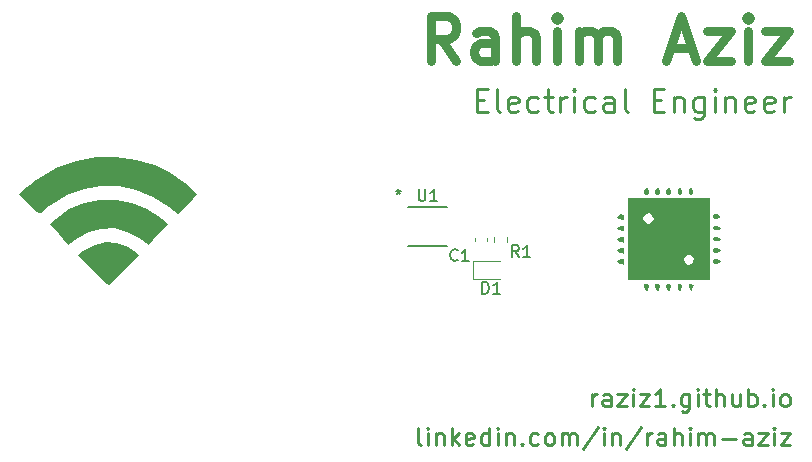
<source format=gbr>
%TF.GenerationSoftware,KiCad,Pcbnew,8.0.1*%
%TF.CreationDate,2024-04-03T19:49:51-04:00*%
%TF.ProjectId,PCB_Business_Card,5043425f-4275-4736-996e-6573735f4361,0*%
%TF.SameCoordinates,Original*%
%TF.FileFunction,Legend,Top*%
%TF.FilePolarity,Positive*%
%FSLAX46Y46*%
G04 Gerber Fmt 4.6, Leading zero omitted, Abs format (unit mm)*
G04 Created by KiCad (PCBNEW 8.0.1) date 2024-04-03 19:49:51*
%MOMM*%
%LPD*%
G01*
G04 APERTURE LIST*
%ADD10C,0.254000*%
%ADD11C,0.762000*%
%ADD12C,0.150000*%
%ADD13C,0.000000*%
%ADD14C,0.120000*%
%ADD15C,0.152400*%
G04 APERTURE END LIST*
D10*
X145284183Y-78765799D02*
X145919183Y-78765799D01*
X146191326Y-79763656D02*
X145284183Y-79763656D01*
X145284183Y-79763656D02*
X145284183Y-77858656D01*
X145284183Y-77858656D02*
X146191326Y-77858656D01*
X147279897Y-79763656D02*
X147098468Y-79672942D01*
X147098468Y-79672942D02*
X147007754Y-79491513D01*
X147007754Y-79491513D02*
X147007754Y-77858656D01*
X148731325Y-79672942D02*
X148549897Y-79763656D01*
X148549897Y-79763656D02*
X148187040Y-79763656D01*
X148187040Y-79763656D02*
X148005611Y-79672942D01*
X148005611Y-79672942D02*
X147914897Y-79491513D01*
X147914897Y-79491513D02*
X147914897Y-78765799D01*
X147914897Y-78765799D02*
X148005611Y-78584370D01*
X148005611Y-78584370D02*
X148187040Y-78493656D01*
X148187040Y-78493656D02*
X148549897Y-78493656D01*
X148549897Y-78493656D02*
X148731325Y-78584370D01*
X148731325Y-78584370D02*
X148822040Y-78765799D01*
X148822040Y-78765799D02*
X148822040Y-78947227D01*
X148822040Y-78947227D02*
X147914897Y-79128656D01*
X150454897Y-79672942D02*
X150273468Y-79763656D01*
X150273468Y-79763656D02*
X149910611Y-79763656D01*
X149910611Y-79763656D02*
X149729182Y-79672942D01*
X149729182Y-79672942D02*
X149638468Y-79582227D01*
X149638468Y-79582227D02*
X149547754Y-79400799D01*
X149547754Y-79400799D02*
X149547754Y-78856513D01*
X149547754Y-78856513D02*
X149638468Y-78675084D01*
X149638468Y-78675084D02*
X149729182Y-78584370D01*
X149729182Y-78584370D02*
X149910611Y-78493656D01*
X149910611Y-78493656D02*
X150273468Y-78493656D01*
X150273468Y-78493656D02*
X150454897Y-78584370D01*
X150999182Y-78493656D02*
X151724896Y-78493656D01*
X151271325Y-77858656D02*
X151271325Y-79491513D01*
X151271325Y-79491513D02*
X151362039Y-79672942D01*
X151362039Y-79672942D02*
X151543468Y-79763656D01*
X151543468Y-79763656D02*
X151724896Y-79763656D01*
X152359896Y-79763656D02*
X152359896Y-78493656D01*
X152359896Y-78856513D02*
X152450610Y-78675084D01*
X152450610Y-78675084D02*
X152541325Y-78584370D01*
X152541325Y-78584370D02*
X152722753Y-78493656D01*
X152722753Y-78493656D02*
X152904182Y-78493656D01*
X153539182Y-79763656D02*
X153539182Y-78493656D01*
X153539182Y-77858656D02*
X153448468Y-77949370D01*
X153448468Y-77949370D02*
X153539182Y-78040084D01*
X153539182Y-78040084D02*
X153629896Y-77949370D01*
X153629896Y-77949370D02*
X153539182Y-77858656D01*
X153539182Y-77858656D02*
X153539182Y-78040084D01*
X155262754Y-79672942D02*
X155081325Y-79763656D01*
X155081325Y-79763656D02*
X154718468Y-79763656D01*
X154718468Y-79763656D02*
X154537039Y-79672942D01*
X154537039Y-79672942D02*
X154446325Y-79582227D01*
X154446325Y-79582227D02*
X154355611Y-79400799D01*
X154355611Y-79400799D02*
X154355611Y-78856513D01*
X154355611Y-78856513D02*
X154446325Y-78675084D01*
X154446325Y-78675084D02*
X154537039Y-78584370D01*
X154537039Y-78584370D02*
X154718468Y-78493656D01*
X154718468Y-78493656D02*
X155081325Y-78493656D01*
X155081325Y-78493656D02*
X155262754Y-78584370D01*
X156895611Y-79763656D02*
X156895611Y-78765799D01*
X156895611Y-78765799D02*
X156804896Y-78584370D01*
X156804896Y-78584370D02*
X156623468Y-78493656D01*
X156623468Y-78493656D02*
X156260611Y-78493656D01*
X156260611Y-78493656D02*
X156079182Y-78584370D01*
X156895611Y-79672942D02*
X156714182Y-79763656D01*
X156714182Y-79763656D02*
X156260611Y-79763656D01*
X156260611Y-79763656D02*
X156079182Y-79672942D01*
X156079182Y-79672942D02*
X155988468Y-79491513D01*
X155988468Y-79491513D02*
X155988468Y-79310084D01*
X155988468Y-79310084D02*
X156079182Y-79128656D01*
X156079182Y-79128656D02*
X156260611Y-79037942D01*
X156260611Y-79037942D02*
X156714182Y-79037942D01*
X156714182Y-79037942D02*
X156895611Y-78947227D01*
X158074896Y-79763656D02*
X157893467Y-79672942D01*
X157893467Y-79672942D02*
X157802753Y-79491513D01*
X157802753Y-79491513D02*
X157802753Y-77858656D01*
X160252039Y-78765799D02*
X160887039Y-78765799D01*
X161159182Y-79763656D02*
X160252039Y-79763656D01*
X160252039Y-79763656D02*
X160252039Y-77858656D01*
X160252039Y-77858656D02*
X161159182Y-77858656D01*
X161975610Y-78493656D02*
X161975610Y-79763656D01*
X161975610Y-78675084D02*
X162066324Y-78584370D01*
X162066324Y-78584370D02*
X162247753Y-78493656D01*
X162247753Y-78493656D02*
X162519896Y-78493656D01*
X162519896Y-78493656D02*
X162701324Y-78584370D01*
X162701324Y-78584370D02*
X162792039Y-78765799D01*
X162792039Y-78765799D02*
X162792039Y-79763656D01*
X164515610Y-78493656D02*
X164515610Y-80035799D01*
X164515610Y-80035799D02*
X164424895Y-80217227D01*
X164424895Y-80217227D02*
X164334181Y-80307942D01*
X164334181Y-80307942D02*
X164152752Y-80398656D01*
X164152752Y-80398656D02*
X163880610Y-80398656D01*
X163880610Y-80398656D02*
X163699181Y-80307942D01*
X164515610Y-79672942D02*
X164334181Y-79763656D01*
X164334181Y-79763656D02*
X163971324Y-79763656D01*
X163971324Y-79763656D02*
X163789895Y-79672942D01*
X163789895Y-79672942D02*
X163699181Y-79582227D01*
X163699181Y-79582227D02*
X163608467Y-79400799D01*
X163608467Y-79400799D02*
X163608467Y-78856513D01*
X163608467Y-78856513D02*
X163699181Y-78675084D01*
X163699181Y-78675084D02*
X163789895Y-78584370D01*
X163789895Y-78584370D02*
X163971324Y-78493656D01*
X163971324Y-78493656D02*
X164334181Y-78493656D01*
X164334181Y-78493656D02*
X164515610Y-78584370D01*
X165422752Y-79763656D02*
X165422752Y-78493656D01*
X165422752Y-77858656D02*
X165332038Y-77949370D01*
X165332038Y-77949370D02*
X165422752Y-78040084D01*
X165422752Y-78040084D02*
X165513466Y-77949370D01*
X165513466Y-77949370D02*
X165422752Y-77858656D01*
X165422752Y-77858656D02*
X165422752Y-78040084D01*
X166329895Y-78493656D02*
X166329895Y-79763656D01*
X166329895Y-78675084D02*
X166420609Y-78584370D01*
X166420609Y-78584370D02*
X166602038Y-78493656D01*
X166602038Y-78493656D02*
X166874181Y-78493656D01*
X166874181Y-78493656D02*
X167055609Y-78584370D01*
X167055609Y-78584370D02*
X167146324Y-78765799D01*
X167146324Y-78765799D02*
X167146324Y-79763656D01*
X168779180Y-79672942D02*
X168597752Y-79763656D01*
X168597752Y-79763656D02*
X168234895Y-79763656D01*
X168234895Y-79763656D02*
X168053466Y-79672942D01*
X168053466Y-79672942D02*
X167962752Y-79491513D01*
X167962752Y-79491513D02*
X167962752Y-78765799D01*
X167962752Y-78765799D02*
X168053466Y-78584370D01*
X168053466Y-78584370D02*
X168234895Y-78493656D01*
X168234895Y-78493656D02*
X168597752Y-78493656D01*
X168597752Y-78493656D02*
X168779180Y-78584370D01*
X168779180Y-78584370D02*
X168869895Y-78765799D01*
X168869895Y-78765799D02*
X168869895Y-78947227D01*
X168869895Y-78947227D02*
X167962752Y-79128656D01*
X170412037Y-79672942D02*
X170230609Y-79763656D01*
X170230609Y-79763656D02*
X169867752Y-79763656D01*
X169867752Y-79763656D02*
X169686323Y-79672942D01*
X169686323Y-79672942D02*
X169595609Y-79491513D01*
X169595609Y-79491513D02*
X169595609Y-78765799D01*
X169595609Y-78765799D02*
X169686323Y-78584370D01*
X169686323Y-78584370D02*
X169867752Y-78493656D01*
X169867752Y-78493656D02*
X170230609Y-78493656D01*
X170230609Y-78493656D02*
X170412037Y-78584370D01*
X170412037Y-78584370D02*
X170502752Y-78765799D01*
X170502752Y-78765799D02*
X170502752Y-78947227D01*
X170502752Y-78947227D02*
X169595609Y-79128656D01*
X171319180Y-79763656D02*
X171319180Y-78493656D01*
X171319180Y-78856513D02*
X171409894Y-78675084D01*
X171409894Y-78675084D02*
X171500609Y-78584370D01*
X171500609Y-78584370D02*
X171682037Y-78493656D01*
X171682037Y-78493656D02*
X171863466Y-78493656D01*
D11*
X143552969Y-75440104D02*
X142282969Y-73625818D01*
X141375826Y-75440104D02*
X141375826Y-71630104D01*
X141375826Y-71630104D02*
X142827255Y-71630104D01*
X142827255Y-71630104D02*
X143190112Y-71811533D01*
X143190112Y-71811533D02*
X143371541Y-71992961D01*
X143371541Y-71992961D02*
X143552969Y-72355818D01*
X143552969Y-72355818D02*
X143552969Y-72900104D01*
X143552969Y-72900104D02*
X143371541Y-73262961D01*
X143371541Y-73262961D02*
X143190112Y-73444390D01*
X143190112Y-73444390D02*
X142827255Y-73625818D01*
X142827255Y-73625818D02*
X141375826Y-73625818D01*
X146818684Y-75440104D02*
X146818684Y-73444390D01*
X146818684Y-73444390D02*
X146637255Y-73081533D01*
X146637255Y-73081533D02*
X146274398Y-72900104D01*
X146274398Y-72900104D02*
X145548684Y-72900104D01*
X145548684Y-72900104D02*
X145185826Y-73081533D01*
X146818684Y-75258676D02*
X146455826Y-75440104D01*
X146455826Y-75440104D02*
X145548684Y-75440104D01*
X145548684Y-75440104D02*
X145185826Y-75258676D01*
X145185826Y-75258676D02*
X145004398Y-74895818D01*
X145004398Y-74895818D02*
X145004398Y-74532961D01*
X145004398Y-74532961D02*
X145185826Y-74170104D01*
X145185826Y-74170104D02*
X145548684Y-73988676D01*
X145548684Y-73988676D02*
X146455826Y-73988676D01*
X146455826Y-73988676D02*
X146818684Y-73807247D01*
X148632969Y-75440104D02*
X148632969Y-71630104D01*
X150265827Y-75440104D02*
X150265827Y-73444390D01*
X150265827Y-73444390D02*
X150084398Y-73081533D01*
X150084398Y-73081533D02*
X149721541Y-72900104D01*
X149721541Y-72900104D02*
X149177255Y-72900104D01*
X149177255Y-72900104D02*
X148814398Y-73081533D01*
X148814398Y-73081533D02*
X148632969Y-73262961D01*
X152080112Y-75440104D02*
X152080112Y-72900104D01*
X152080112Y-71630104D02*
X151898684Y-71811533D01*
X151898684Y-71811533D02*
X152080112Y-71992961D01*
X152080112Y-71992961D02*
X152261541Y-71811533D01*
X152261541Y-71811533D02*
X152080112Y-71630104D01*
X152080112Y-71630104D02*
X152080112Y-71992961D01*
X153894398Y-75440104D02*
X153894398Y-72900104D01*
X153894398Y-73262961D02*
X154075827Y-73081533D01*
X154075827Y-73081533D02*
X154438684Y-72900104D01*
X154438684Y-72900104D02*
X154982970Y-72900104D01*
X154982970Y-72900104D02*
X155345827Y-73081533D01*
X155345827Y-73081533D02*
X155527256Y-73444390D01*
X155527256Y-73444390D02*
X155527256Y-75440104D01*
X155527256Y-73444390D02*
X155708684Y-73081533D01*
X155708684Y-73081533D02*
X156071541Y-72900104D01*
X156071541Y-72900104D02*
X156615827Y-72900104D01*
X156615827Y-72900104D02*
X156978684Y-73081533D01*
X156978684Y-73081533D02*
X157160113Y-73444390D01*
X157160113Y-73444390D02*
X157160113Y-75440104D01*
X161695827Y-74351533D02*
X163510113Y-74351533D01*
X161332970Y-75440104D02*
X162602970Y-71630104D01*
X162602970Y-71630104D02*
X163872970Y-75440104D01*
X164780112Y-72900104D02*
X166775827Y-72900104D01*
X166775827Y-72900104D02*
X164780112Y-75440104D01*
X164780112Y-75440104D02*
X166775827Y-75440104D01*
X168227255Y-75440104D02*
X168227255Y-72900104D01*
X168227255Y-71630104D02*
X168045827Y-71811533D01*
X168045827Y-71811533D02*
X168227255Y-71992961D01*
X168227255Y-71992961D02*
X168408684Y-71811533D01*
X168408684Y-71811533D02*
X168227255Y-71630104D01*
X168227255Y-71630104D02*
X168227255Y-71992961D01*
X169678684Y-72900104D02*
X171674399Y-72900104D01*
X171674399Y-72900104D02*
X169678684Y-75440104D01*
X169678684Y-75440104D02*
X171674399Y-75440104D01*
D10*
X140544891Y-108007220D02*
X140402034Y-107935792D01*
X140402034Y-107935792D02*
X140330605Y-107792934D01*
X140330605Y-107792934D02*
X140330605Y-106507220D01*
X141116319Y-108007220D02*
X141116319Y-107007220D01*
X141116319Y-106507220D02*
X141044891Y-106578649D01*
X141044891Y-106578649D02*
X141116319Y-106650077D01*
X141116319Y-106650077D02*
X141187748Y-106578649D01*
X141187748Y-106578649D02*
X141116319Y-106507220D01*
X141116319Y-106507220D02*
X141116319Y-106650077D01*
X141830605Y-107007220D02*
X141830605Y-108007220D01*
X141830605Y-107150077D02*
X141902034Y-107078649D01*
X141902034Y-107078649D02*
X142044891Y-107007220D01*
X142044891Y-107007220D02*
X142259177Y-107007220D01*
X142259177Y-107007220D02*
X142402034Y-107078649D01*
X142402034Y-107078649D02*
X142473463Y-107221506D01*
X142473463Y-107221506D02*
X142473463Y-108007220D01*
X143187748Y-108007220D02*
X143187748Y-106507220D01*
X143330606Y-107435792D02*
X143759177Y-108007220D01*
X143759177Y-107007220D02*
X143187748Y-107578649D01*
X144973463Y-107935792D02*
X144830606Y-108007220D01*
X144830606Y-108007220D02*
X144544892Y-108007220D01*
X144544892Y-108007220D02*
X144402034Y-107935792D01*
X144402034Y-107935792D02*
X144330606Y-107792934D01*
X144330606Y-107792934D02*
X144330606Y-107221506D01*
X144330606Y-107221506D02*
X144402034Y-107078649D01*
X144402034Y-107078649D02*
X144544892Y-107007220D01*
X144544892Y-107007220D02*
X144830606Y-107007220D01*
X144830606Y-107007220D02*
X144973463Y-107078649D01*
X144973463Y-107078649D02*
X145044892Y-107221506D01*
X145044892Y-107221506D02*
X145044892Y-107364363D01*
X145044892Y-107364363D02*
X144330606Y-107507220D01*
X146330606Y-108007220D02*
X146330606Y-106507220D01*
X146330606Y-107935792D02*
X146187748Y-108007220D01*
X146187748Y-108007220D02*
X145902034Y-108007220D01*
X145902034Y-108007220D02*
X145759177Y-107935792D01*
X145759177Y-107935792D02*
X145687748Y-107864363D01*
X145687748Y-107864363D02*
X145616320Y-107721506D01*
X145616320Y-107721506D02*
X145616320Y-107292934D01*
X145616320Y-107292934D02*
X145687748Y-107150077D01*
X145687748Y-107150077D02*
X145759177Y-107078649D01*
X145759177Y-107078649D02*
X145902034Y-107007220D01*
X145902034Y-107007220D02*
X146187748Y-107007220D01*
X146187748Y-107007220D02*
X146330606Y-107078649D01*
X147044891Y-108007220D02*
X147044891Y-107007220D01*
X147044891Y-106507220D02*
X146973463Y-106578649D01*
X146973463Y-106578649D02*
X147044891Y-106650077D01*
X147044891Y-106650077D02*
X147116320Y-106578649D01*
X147116320Y-106578649D02*
X147044891Y-106507220D01*
X147044891Y-106507220D02*
X147044891Y-106650077D01*
X147759177Y-107007220D02*
X147759177Y-108007220D01*
X147759177Y-107150077D02*
X147830606Y-107078649D01*
X147830606Y-107078649D02*
X147973463Y-107007220D01*
X147973463Y-107007220D02*
X148187749Y-107007220D01*
X148187749Y-107007220D02*
X148330606Y-107078649D01*
X148330606Y-107078649D02*
X148402035Y-107221506D01*
X148402035Y-107221506D02*
X148402035Y-108007220D01*
X149116320Y-107864363D02*
X149187749Y-107935792D01*
X149187749Y-107935792D02*
X149116320Y-108007220D01*
X149116320Y-108007220D02*
X149044892Y-107935792D01*
X149044892Y-107935792D02*
X149116320Y-107864363D01*
X149116320Y-107864363D02*
X149116320Y-108007220D01*
X150473464Y-107935792D02*
X150330606Y-108007220D01*
X150330606Y-108007220D02*
X150044892Y-108007220D01*
X150044892Y-108007220D02*
X149902035Y-107935792D01*
X149902035Y-107935792D02*
X149830606Y-107864363D01*
X149830606Y-107864363D02*
X149759178Y-107721506D01*
X149759178Y-107721506D02*
X149759178Y-107292934D01*
X149759178Y-107292934D02*
X149830606Y-107150077D01*
X149830606Y-107150077D02*
X149902035Y-107078649D01*
X149902035Y-107078649D02*
X150044892Y-107007220D01*
X150044892Y-107007220D02*
X150330606Y-107007220D01*
X150330606Y-107007220D02*
X150473464Y-107078649D01*
X151330606Y-108007220D02*
X151187749Y-107935792D01*
X151187749Y-107935792D02*
X151116320Y-107864363D01*
X151116320Y-107864363D02*
X151044892Y-107721506D01*
X151044892Y-107721506D02*
X151044892Y-107292934D01*
X151044892Y-107292934D02*
X151116320Y-107150077D01*
X151116320Y-107150077D02*
X151187749Y-107078649D01*
X151187749Y-107078649D02*
X151330606Y-107007220D01*
X151330606Y-107007220D02*
X151544892Y-107007220D01*
X151544892Y-107007220D02*
X151687749Y-107078649D01*
X151687749Y-107078649D02*
X151759178Y-107150077D01*
X151759178Y-107150077D02*
X151830606Y-107292934D01*
X151830606Y-107292934D02*
X151830606Y-107721506D01*
X151830606Y-107721506D02*
X151759178Y-107864363D01*
X151759178Y-107864363D02*
X151687749Y-107935792D01*
X151687749Y-107935792D02*
X151544892Y-108007220D01*
X151544892Y-108007220D02*
X151330606Y-108007220D01*
X152473463Y-108007220D02*
X152473463Y-107007220D01*
X152473463Y-107150077D02*
X152544892Y-107078649D01*
X152544892Y-107078649D02*
X152687749Y-107007220D01*
X152687749Y-107007220D02*
X152902035Y-107007220D01*
X152902035Y-107007220D02*
X153044892Y-107078649D01*
X153044892Y-107078649D02*
X153116321Y-107221506D01*
X153116321Y-107221506D02*
X153116321Y-108007220D01*
X153116321Y-107221506D02*
X153187749Y-107078649D01*
X153187749Y-107078649D02*
X153330606Y-107007220D01*
X153330606Y-107007220D02*
X153544892Y-107007220D01*
X153544892Y-107007220D02*
X153687749Y-107078649D01*
X153687749Y-107078649D02*
X153759178Y-107221506D01*
X153759178Y-107221506D02*
X153759178Y-108007220D01*
X155544892Y-106435792D02*
X154259178Y-108364363D01*
X156044892Y-108007220D02*
X156044892Y-107007220D01*
X156044892Y-106507220D02*
X155973464Y-106578649D01*
X155973464Y-106578649D02*
X156044892Y-106650077D01*
X156044892Y-106650077D02*
X156116321Y-106578649D01*
X156116321Y-106578649D02*
X156044892Y-106507220D01*
X156044892Y-106507220D02*
X156044892Y-106650077D01*
X156759178Y-107007220D02*
X156759178Y-108007220D01*
X156759178Y-107150077D02*
X156830607Y-107078649D01*
X156830607Y-107078649D02*
X156973464Y-107007220D01*
X156973464Y-107007220D02*
X157187750Y-107007220D01*
X157187750Y-107007220D02*
X157330607Y-107078649D01*
X157330607Y-107078649D02*
X157402036Y-107221506D01*
X157402036Y-107221506D02*
X157402036Y-108007220D01*
X159187750Y-106435792D02*
X157902036Y-108364363D01*
X159687750Y-108007220D02*
X159687750Y-107007220D01*
X159687750Y-107292934D02*
X159759179Y-107150077D01*
X159759179Y-107150077D02*
X159830608Y-107078649D01*
X159830608Y-107078649D02*
X159973465Y-107007220D01*
X159973465Y-107007220D02*
X160116322Y-107007220D01*
X161259179Y-108007220D02*
X161259179Y-107221506D01*
X161259179Y-107221506D02*
X161187750Y-107078649D01*
X161187750Y-107078649D02*
X161044893Y-107007220D01*
X161044893Y-107007220D02*
X160759179Y-107007220D01*
X160759179Y-107007220D02*
X160616321Y-107078649D01*
X161259179Y-107935792D02*
X161116321Y-108007220D01*
X161116321Y-108007220D02*
X160759179Y-108007220D01*
X160759179Y-108007220D02*
X160616321Y-107935792D01*
X160616321Y-107935792D02*
X160544893Y-107792934D01*
X160544893Y-107792934D02*
X160544893Y-107650077D01*
X160544893Y-107650077D02*
X160616321Y-107507220D01*
X160616321Y-107507220D02*
X160759179Y-107435792D01*
X160759179Y-107435792D02*
X161116321Y-107435792D01*
X161116321Y-107435792D02*
X161259179Y-107364363D01*
X161973464Y-108007220D02*
X161973464Y-106507220D01*
X162616322Y-108007220D02*
X162616322Y-107221506D01*
X162616322Y-107221506D02*
X162544893Y-107078649D01*
X162544893Y-107078649D02*
X162402036Y-107007220D01*
X162402036Y-107007220D02*
X162187750Y-107007220D01*
X162187750Y-107007220D02*
X162044893Y-107078649D01*
X162044893Y-107078649D02*
X161973464Y-107150077D01*
X163330607Y-108007220D02*
X163330607Y-107007220D01*
X163330607Y-106507220D02*
X163259179Y-106578649D01*
X163259179Y-106578649D02*
X163330607Y-106650077D01*
X163330607Y-106650077D02*
X163402036Y-106578649D01*
X163402036Y-106578649D02*
X163330607Y-106507220D01*
X163330607Y-106507220D02*
X163330607Y-106650077D01*
X164044893Y-108007220D02*
X164044893Y-107007220D01*
X164044893Y-107150077D02*
X164116322Y-107078649D01*
X164116322Y-107078649D02*
X164259179Y-107007220D01*
X164259179Y-107007220D02*
X164473465Y-107007220D01*
X164473465Y-107007220D02*
X164616322Y-107078649D01*
X164616322Y-107078649D02*
X164687751Y-107221506D01*
X164687751Y-107221506D02*
X164687751Y-108007220D01*
X164687751Y-107221506D02*
X164759179Y-107078649D01*
X164759179Y-107078649D02*
X164902036Y-107007220D01*
X164902036Y-107007220D02*
X165116322Y-107007220D01*
X165116322Y-107007220D02*
X165259179Y-107078649D01*
X165259179Y-107078649D02*
X165330608Y-107221506D01*
X165330608Y-107221506D02*
X165330608Y-108007220D01*
X166044893Y-107435792D02*
X167187751Y-107435792D01*
X168544894Y-108007220D02*
X168544894Y-107221506D01*
X168544894Y-107221506D02*
X168473465Y-107078649D01*
X168473465Y-107078649D02*
X168330608Y-107007220D01*
X168330608Y-107007220D02*
X168044894Y-107007220D01*
X168044894Y-107007220D02*
X167902036Y-107078649D01*
X168544894Y-107935792D02*
X168402036Y-108007220D01*
X168402036Y-108007220D02*
X168044894Y-108007220D01*
X168044894Y-108007220D02*
X167902036Y-107935792D01*
X167902036Y-107935792D02*
X167830608Y-107792934D01*
X167830608Y-107792934D02*
X167830608Y-107650077D01*
X167830608Y-107650077D02*
X167902036Y-107507220D01*
X167902036Y-107507220D02*
X168044894Y-107435792D01*
X168044894Y-107435792D02*
X168402036Y-107435792D01*
X168402036Y-107435792D02*
X168544894Y-107364363D01*
X169116322Y-107007220D02*
X169902037Y-107007220D01*
X169902037Y-107007220D02*
X169116322Y-108007220D01*
X169116322Y-108007220D02*
X169902037Y-108007220D01*
X170473465Y-108007220D02*
X170473465Y-107007220D01*
X170473465Y-106507220D02*
X170402037Y-106578649D01*
X170402037Y-106578649D02*
X170473465Y-106650077D01*
X170473465Y-106650077D02*
X170544894Y-106578649D01*
X170544894Y-106578649D02*
X170473465Y-106507220D01*
X170473465Y-106507220D02*
X170473465Y-106650077D01*
X171044894Y-107007220D02*
X171830609Y-107007220D01*
X171830609Y-107007220D02*
X171044894Y-108007220D01*
X171044894Y-108007220D02*
X171830609Y-108007220D01*
X155044892Y-104705220D02*
X155044892Y-103705220D01*
X155044892Y-103990934D02*
X155116321Y-103848077D01*
X155116321Y-103848077D02*
X155187750Y-103776649D01*
X155187750Y-103776649D02*
X155330607Y-103705220D01*
X155330607Y-103705220D02*
X155473464Y-103705220D01*
X156616321Y-104705220D02*
X156616321Y-103919506D01*
X156616321Y-103919506D02*
X156544892Y-103776649D01*
X156544892Y-103776649D02*
X156402035Y-103705220D01*
X156402035Y-103705220D02*
X156116321Y-103705220D01*
X156116321Y-103705220D02*
X155973463Y-103776649D01*
X156616321Y-104633792D02*
X156473463Y-104705220D01*
X156473463Y-104705220D02*
X156116321Y-104705220D01*
X156116321Y-104705220D02*
X155973463Y-104633792D01*
X155973463Y-104633792D02*
X155902035Y-104490934D01*
X155902035Y-104490934D02*
X155902035Y-104348077D01*
X155902035Y-104348077D02*
X155973463Y-104205220D01*
X155973463Y-104205220D02*
X156116321Y-104133792D01*
X156116321Y-104133792D02*
X156473463Y-104133792D01*
X156473463Y-104133792D02*
X156616321Y-104062363D01*
X157187749Y-103705220D02*
X157973464Y-103705220D01*
X157973464Y-103705220D02*
X157187749Y-104705220D01*
X157187749Y-104705220D02*
X157973464Y-104705220D01*
X158544892Y-104705220D02*
X158544892Y-103705220D01*
X158544892Y-103205220D02*
X158473464Y-103276649D01*
X158473464Y-103276649D02*
X158544892Y-103348077D01*
X158544892Y-103348077D02*
X158616321Y-103276649D01*
X158616321Y-103276649D02*
X158544892Y-103205220D01*
X158544892Y-103205220D02*
X158544892Y-103348077D01*
X159116321Y-103705220D02*
X159902036Y-103705220D01*
X159902036Y-103705220D02*
X159116321Y-104705220D01*
X159116321Y-104705220D02*
X159902036Y-104705220D01*
X161259179Y-104705220D02*
X160402036Y-104705220D01*
X160830607Y-104705220D02*
X160830607Y-103205220D01*
X160830607Y-103205220D02*
X160687750Y-103419506D01*
X160687750Y-103419506D02*
X160544893Y-103562363D01*
X160544893Y-103562363D02*
X160402036Y-103633792D01*
X161902035Y-104562363D02*
X161973464Y-104633792D01*
X161973464Y-104633792D02*
X161902035Y-104705220D01*
X161902035Y-104705220D02*
X161830607Y-104633792D01*
X161830607Y-104633792D02*
X161902035Y-104562363D01*
X161902035Y-104562363D02*
X161902035Y-104705220D01*
X163259179Y-103705220D02*
X163259179Y-104919506D01*
X163259179Y-104919506D02*
X163187750Y-105062363D01*
X163187750Y-105062363D02*
X163116321Y-105133792D01*
X163116321Y-105133792D02*
X162973464Y-105205220D01*
X162973464Y-105205220D02*
X162759179Y-105205220D01*
X162759179Y-105205220D02*
X162616321Y-105133792D01*
X163259179Y-104633792D02*
X163116321Y-104705220D01*
X163116321Y-104705220D02*
X162830607Y-104705220D01*
X162830607Y-104705220D02*
X162687750Y-104633792D01*
X162687750Y-104633792D02*
X162616321Y-104562363D01*
X162616321Y-104562363D02*
X162544893Y-104419506D01*
X162544893Y-104419506D02*
X162544893Y-103990934D01*
X162544893Y-103990934D02*
X162616321Y-103848077D01*
X162616321Y-103848077D02*
X162687750Y-103776649D01*
X162687750Y-103776649D02*
X162830607Y-103705220D01*
X162830607Y-103705220D02*
X163116321Y-103705220D01*
X163116321Y-103705220D02*
X163259179Y-103776649D01*
X163973464Y-104705220D02*
X163973464Y-103705220D01*
X163973464Y-103205220D02*
X163902036Y-103276649D01*
X163902036Y-103276649D02*
X163973464Y-103348077D01*
X163973464Y-103348077D02*
X164044893Y-103276649D01*
X164044893Y-103276649D02*
X163973464Y-103205220D01*
X163973464Y-103205220D02*
X163973464Y-103348077D01*
X164473465Y-103705220D02*
X165044893Y-103705220D01*
X164687750Y-103205220D02*
X164687750Y-104490934D01*
X164687750Y-104490934D02*
X164759179Y-104633792D01*
X164759179Y-104633792D02*
X164902036Y-104705220D01*
X164902036Y-104705220D02*
X165044893Y-104705220D01*
X165544893Y-104705220D02*
X165544893Y-103205220D01*
X166187751Y-104705220D02*
X166187751Y-103919506D01*
X166187751Y-103919506D02*
X166116322Y-103776649D01*
X166116322Y-103776649D02*
X165973465Y-103705220D01*
X165973465Y-103705220D02*
X165759179Y-103705220D01*
X165759179Y-103705220D02*
X165616322Y-103776649D01*
X165616322Y-103776649D02*
X165544893Y-103848077D01*
X167544894Y-103705220D02*
X167544894Y-104705220D01*
X166902036Y-103705220D02*
X166902036Y-104490934D01*
X166902036Y-104490934D02*
X166973465Y-104633792D01*
X166973465Y-104633792D02*
X167116322Y-104705220D01*
X167116322Y-104705220D02*
X167330608Y-104705220D01*
X167330608Y-104705220D02*
X167473465Y-104633792D01*
X167473465Y-104633792D02*
X167544894Y-104562363D01*
X168259179Y-104705220D02*
X168259179Y-103205220D01*
X168259179Y-103776649D02*
X168402037Y-103705220D01*
X168402037Y-103705220D02*
X168687751Y-103705220D01*
X168687751Y-103705220D02*
X168830608Y-103776649D01*
X168830608Y-103776649D02*
X168902037Y-103848077D01*
X168902037Y-103848077D02*
X168973465Y-103990934D01*
X168973465Y-103990934D02*
X168973465Y-104419506D01*
X168973465Y-104419506D02*
X168902037Y-104562363D01*
X168902037Y-104562363D02*
X168830608Y-104633792D01*
X168830608Y-104633792D02*
X168687751Y-104705220D01*
X168687751Y-104705220D02*
X168402037Y-104705220D01*
X168402037Y-104705220D02*
X168259179Y-104633792D01*
X169616322Y-104562363D02*
X169687751Y-104633792D01*
X169687751Y-104633792D02*
X169616322Y-104705220D01*
X169616322Y-104705220D02*
X169544894Y-104633792D01*
X169544894Y-104633792D02*
X169616322Y-104562363D01*
X169616322Y-104562363D02*
X169616322Y-104705220D01*
X170330608Y-104705220D02*
X170330608Y-103705220D01*
X170330608Y-103205220D02*
X170259180Y-103276649D01*
X170259180Y-103276649D02*
X170330608Y-103348077D01*
X170330608Y-103348077D02*
X170402037Y-103276649D01*
X170402037Y-103276649D02*
X170330608Y-103205220D01*
X170330608Y-103205220D02*
X170330608Y-103348077D01*
X171259180Y-104705220D02*
X171116323Y-104633792D01*
X171116323Y-104633792D02*
X171044894Y-104562363D01*
X171044894Y-104562363D02*
X170973466Y-104419506D01*
X170973466Y-104419506D02*
X170973466Y-103990934D01*
X170973466Y-103990934D02*
X171044894Y-103848077D01*
X171044894Y-103848077D02*
X171116323Y-103776649D01*
X171116323Y-103776649D02*
X171259180Y-103705220D01*
X171259180Y-103705220D02*
X171473466Y-103705220D01*
X171473466Y-103705220D02*
X171616323Y-103776649D01*
X171616323Y-103776649D02*
X171687752Y-103848077D01*
X171687752Y-103848077D02*
X171759180Y-103990934D01*
X171759180Y-103990934D02*
X171759180Y-104419506D01*
X171759180Y-104419506D02*
X171687752Y-104562363D01*
X171687752Y-104562363D02*
X171616323Y-104633792D01*
X171616323Y-104633792D02*
X171473466Y-104705220D01*
X171473466Y-104705220D02*
X171259180Y-104705220D01*
D12*
X143656333Y-92307580D02*
X143608714Y-92355200D01*
X143608714Y-92355200D02*
X143465857Y-92402819D01*
X143465857Y-92402819D02*
X143370619Y-92402819D01*
X143370619Y-92402819D02*
X143227762Y-92355200D01*
X143227762Y-92355200D02*
X143132524Y-92259961D01*
X143132524Y-92259961D02*
X143084905Y-92164723D01*
X143084905Y-92164723D02*
X143037286Y-91974247D01*
X143037286Y-91974247D02*
X143037286Y-91831390D01*
X143037286Y-91831390D02*
X143084905Y-91640914D01*
X143084905Y-91640914D02*
X143132524Y-91545676D01*
X143132524Y-91545676D02*
X143227762Y-91450438D01*
X143227762Y-91450438D02*
X143370619Y-91402819D01*
X143370619Y-91402819D02*
X143465857Y-91402819D01*
X143465857Y-91402819D02*
X143608714Y-91450438D01*
X143608714Y-91450438D02*
X143656333Y-91498057D01*
X144608714Y-92402819D02*
X144037286Y-92402819D01*
X144323000Y-92402819D02*
X144323000Y-91402819D01*
X144323000Y-91402819D02*
X144227762Y-91545676D01*
X144227762Y-91545676D02*
X144132524Y-91640914D01*
X144132524Y-91640914D02*
X144037286Y-91688533D01*
X140362345Y-86322819D02*
X140362345Y-87132342D01*
X140362345Y-87132342D02*
X140409964Y-87227580D01*
X140409964Y-87227580D02*
X140457583Y-87275200D01*
X140457583Y-87275200D02*
X140552821Y-87322819D01*
X140552821Y-87322819D02*
X140743297Y-87322819D01*
X140743297Y-87322819D02*
X140838535Y-87275200D01*
X140838535Y-87275200D02*
X140886154Y-87227580D01*
X140886154Y-87227580D02*
X140933773Y-87132342D01*
X140933773Y-87132342D02*
X140933773Y-86322819D01*
X141933773Y-87322819D02*
X141362345Y-87322819D01*
X141648059Y-87322819D02*
X141648059Y-86322819D01*
X141648059Y-86322819D02*
X141552821Y-86465676D01*
X141552821Y-86465676D02*
X141457583Y-86560914D01*
X141457583Y-86560914D02*
X141362345Y-86608533D01*
X138641400Y-86322819D02*
X138641400Y-86560914D01*
X138403305Y-86465676D02*
X138641400Y-86560914D01*
X138641400Y-86560914D02*
X138879495Y-86465676D01*
X138498543Y-86751390D02*
X138641400Y-86560914D01*
X138641400Y-86560914D02*
X138784257Y-86751390D01*
X148837933Y-92072619D02*
X148504600Y-91596428D01*
X148266505Y-92072619D02*
X148266505Y-91072619D01*
X148266505Y-91072619D02*
X148647457Y-91072619D01*
X148647457Y-91072619D02*
X148742695Y-91120238D01*
X148742695Y-91120238D02*
X148790314Y-91167857D01*
X148790314Y-91167857D02*
X148837933Y-91263095D01*
X148837933Y-91263095D02*
X148837933Y-91405952D01*
X148837933Y-91405952D02*
X148790314Y-91501190D01*
X148790314Y-91501190D02*
X148742695Y-91548809D01*
X148742695Y-91548809D02*
X148647457Y-91596428D01*
X148647457Y-91596428D02*
X148266505Y-91596428D01*
X149790314Y-92072619D02*
X149218886Y-92072619D01*
X149504600Y-92072619D02*
X149504600Y-91072619D01*
X149504600Y-91072619D02*
X149409362Y-91215476D01*
X149409362Y-91215476D02*
X149314124Y-91310714D01*
X149314124Y-91310714D02*
X149218886Y-91358333D01*
X145726505Y-95171419D02*
X145726505Y-94171419D01*
X145726505Y-94171419D02*
X145964600Y-94171419D01*
X145964600Y-94171419D02*
X146107457Y-94219038D01*
X146107457Y-94219038D02*
X146202695Y-94314276D01*
X146202695Y-94314276D02*
X146250314Y-94409514D01*
X146250314Y-94409514D02*
X146297933Y-94599990D01*
X146297933Y-94599990D02*
X146297933Y-94742847D01*
X146297933Y-94742847D02*
X146250314Y-94933323D01*
X146250314Y-94933323D02*
X146202695Y-95028561D01*
X146202695Y-95028561D02*
X146107457Y-95123800D01*
X146107457Y-95123800D02*
X145964600Y-95171419D01*
X145964600Y-95171419D02*
X145726505Y-95171419D01*
X147250314Y-95171419D02*
X146678886Y-95171419D01*
X146964600Y-95171419D02*
X146964600Y-94171419D01*
X146964600Y-94171419D02*
X146869362Y-94314276D01*
X146869362Y-94314276D02*
X146774124Y-94409514D01*
X146774124Y-94409514D02*
X146678886Y-94457133D01*
D13*
%TO.C,G\u002A\u002A\u002A*%
G36*
X114817480Y-90872501D02*
G01*
X115762901Y-91249450D01*
X116227695Y-91544441D01*
X116679700Y-91866296D01*
X115429924Y-93164148D01*
X114939540Y-93668551D01*
X114526465Y-94084323D01*
X114233945Y-94368564D01*
X114105224Y-94478378D01*
X114105000Y-94478431D01*
X113978563Y-94382434D01*
X113689272Y-94108794D01*
X113279778Y-93699240D01*
X112792731Y-93195500D01*
X112779149Y-93181240D01*
X111528446Y-91867618D01*
X111981378Y-91545101D01*
X112928074Y-91020326D01*
X113872989Y-90796126D01*
X114817480Y-90872501D01*
G37*
G36*
X116057607Y-87470986D02*
G01*
X117342459Y-87981774D01*
X118529566Y-88753199D01*
X118603860Y-88813600D01*
X119119880Y-89238884D01*
X118314110Y-90136212D01*
X117508341Y-91033540D01*
X116694653Y-90463550D01*
X115661937Y-89909189D01*
X114580475Y-89642300D01*
X113485645Y-89662911D01*
X112412822Y-89971053D01*
X111544477Y-90459190D01*
X110712357Y-91045452D01*
X109909107Y-90150931D01*
X109105858Y-89256410D01*
X109614009Y-88824795D01*
X110767515Y-88033172D01*
X112029966Y-87501928D01*
X113360023Y-87231114D01*
X114716349Y-87220783D01*
X116057607Y-87470986D01*
G37*
G36*
X116398424Y-83820555D02*
G01*
X118024382Y-84317371D01*
X118731204Y-84630183D01*
X119187256Y-84882589D01*
X119730580Y-85226581D01*
X120298805Y-85616965D01*
X120829560Y-86008549D01*
X121260476Y-86356137D01*
X121529180Y-86614537D01*
X121583507Y-86696972D01*
X121502800Y-86846091D01*
X121253922Y-87143412D01*
X120886806Y-87530286D01*
X120802505Y-87614315D01*
X119982641Y-88423995D01*
X119182163Y-87806430D01*
X117836941Y-86945639D01*
X116415523Y-86364668D01*
X114948086Y-86063592D01*
X113464810Y-86042483D01*
X111995873Y-86301413D01*
X110571454Y-86840457D01*
X109221730Y-87659687D01*
X109059580Y-87781941D01*
X108653513Y-88086715D01*
X108347318Y-88300726D01*
X108213806Y-88375017D01*
X108081297Y-88273636D01*
X107800258Y-88005225D01*
X107426313Y-87623386D01*
X107344661Y-87537479D01*
X106552553Y-86699941D01*
X107059841Y-86261943D01*
X107473328Y-85929400D01*
X107999663Y-85537936D01*
X108358068Y-85286646D01*
X109812785Y-84475689D01*
X111386608Y-83920916D01*
X113037108Y-83625013D01*
X114721857Y-83590664D01*
X116398424Y-83820555D01*
G37*
G36*
X159756238Y-86227446D02*
G01*
X159864739Y-86474457D01*
X159856708Y-86726596D01*
X159662519Y-86788037D01*
X159455326Y-86706431D01*
X159460299Y-86474457D01*
X159598519Y-86197874D01*
X159756238Y-86227446D01*
G37*
G36*
X160696979Y-86227446D02*
G01*
X160805480Y-86474457D01*
X160797449Y-86726596D01*
X160603260Y-86788037D01*
X160396067Y-86706431D01*
X160401040Y-86474457D01*
X160539260Y-86197874D01*
X160696979Y-86227446D01*
G37*
G36*
X161637720Y-86227446D02*
G01*
X161746220Y-86474457D01*
X161738190Y-86726596D01*
X161544000Y-86788037D01*
X161336807Y-86706431D01*
X161341781Y-86474457D01*
X161480001Y-86197874D01*
X161637720Y-86227446D01*
G37*
G36*
X162578461Y-86227446D02*
G01*
X162686961Y-86474457D01*
X162678931Y-86726596D01*
X162484741Y-86788037D01*
X162277548Y-86706431D01*
X162282521Y-86474457D01*
X162420741Y-86197874D01*
X162578461Y-86227446D01*
G37*
G36*
X163519201Y-86227446D02*
G01*
X163627702Y-86474457D01*
X163619671Y-86726596D01*
X163425482Y-86788037D01*
X163218289Y-86706431D01*
X163223262Y-86474457D01*
X163361482Y-86197874D01*
X163519201Y-86227446D01*
G37*
G36*
X159869712Y-94395570D02*
G01*
X159864739Y-94627544D01*
X159748391Y-94881537D01*
X159662519Y-94941124D01*
X159531089Y-94810892D01*
X159460299Y-94627544D01*
X159468330Y-94375405D01*
X159662519Y-94313963D01*
X159869712Y-94395570D01*
G37*
G36*
X160810453Y-94395570D02*
G01*
X160805480Y-94627544D01*
X160689132Y-94881537D01*
X160603260Y-94941124D01*
X160471830Y-94810892D01*
X160401040Y-94627544D01*
X160409070Y-94375405D01*
X160603260Y-94313963D01*
X160810453Y-94395570D01*
G37*
G36*
X161751194Y-94395570D02*
G01*
X161746220Y-94627544D01*
X161629873Y-94881537D01*
X161544000Y-94941124D01*
X161412571Y-94810892D01*
X161341781Y-94627544D01*
X161349811Y-94375405D01*
X161544000Y-94313963D01*
X161751194Y-94395570D01*
G37*
G36*
X162691934Y-94395570D02*
G01*
X162686961Y-94627544D01*
X162570614Y-94881537D01*
X162484741Y-94941124D01*
X162353312Y-94810892D01*
X162282521Y-94627544D01*
X162290552Y-94375405D01*
X162484741Y-94313963D01*
X162691934Y-94395570D01*
G37*
G36*
X163632675Y-94395570D02*
G01*
X163627702Y-94627544D01*
X163511354Y-94881537D01*
X163425482Y-94941124D01*
X163294052Y-94810892D01*
X163223262Y-94627544D01*
X163231293Y-94375405D01*
X163425482Y-94313963D01*
X163632675Y-94395570D01*
G37*
G36*
X165620544Y-88467299D02*
G01*
X165874537Y-88583647D01*
X165934124Y-88669519D01*
X165803892Y-88800948D01*
X165620544Y-88871739D01*
X165368405Y-88863708D01*
X165306963Y-88669519D01*
X165388570Y-88462326D01*
X165620544Y-88467299D01*
G37*
G36*
X165620544Y-89408040D02*
G01*
X165874537Y-89524387D01*
X165934124Y-89610260D01*
X165803892Y-89741689D01*
X165620544Y-89812480D01*
X165368405Y-89804449D01*
X165306963Y-89610260D01*
X165388570Y-89403067D01*
X165620544Y-89408040D01*
G37*
G36*
X165620544Y-90348781D02*
G01*
X165874537Y-90465128D01*
X165934124Y-90551000D01*
X165803892Y-90682430D01*
X165620544Y-90753220D01*
X165368405Y-90745190D01*
X165306963Y-90551000D01*
X165388570Y-90343807D01*
X165620544Y-90348781D01*
G37*
G36*
X165620544Y-91289521D02*
G01*
X165874537Y-91405869D01*
X165934124Y-91491741D01*
X165803892Y-91623171D01*
X165620544Y-91693961D01*
X165368405Y-91685931D01*
X165306963Y-91491741D01*
X165388570Y-91284548D01*
X165620544Y-91289521D01*
G37*
G36*
X165620544Y-92230262D02*
G01*
X165874537Y-92346610D01*
X165934124Y-92432482D01*
X165803892Y-92563911D01*
X165620544Y-92634702D01*
X165368405Y-92626671D01*
X165306963Y-92432482D01*
X165388570Y-92225289D01*
X165620544Y-92230262D01*
G37*
G36*
X157717963Y-88474626D02*
G01*
X157781037Y-88684198D01*
X157764014Y-88922423D01*
X157741840Y-88964911D01*
X157578067Y-88915357D01*
X157428260Y-88875020D01*
X157181040Y-88737446D01*
X157228627Y-88573558D01*
X157467457Y-88467299D01*
X157717963Y-88474626D01*
G37*
G36*
X157717963Y-89415367D02*
G01*
X157781037Y-89624938D01*
X157764014Y-89863163D01*
X157741840Y-89905652D01*
X157578067Y-89856098D01*
X157428260Y-89815761D01*
X157181040Y-89678187D01*
X157228627Y-89514298D01*
X157467457Y-89408040D01*
X157717963Y-89415367D01*
G37*
G36*
X157717963Y-90356107D02*
G01*
X157781037Y-90565679D01*
X157764014Y-90803904D01*
X157741840Y-90846393D01*
X157578067Y-90796839D01*
X157428260Y-90756501D01*
X157181040Y-90618928D01*
X157228627Y-90455039D01*
X157467457Y-90348781D01*
X157717963Y-90356107D01*
G37*
G36*
X157717963Y-91296848D02*
G01*
X157781037Y-91506420D01*
X157764014Y-91744645D01*
X157741840Y-91787134D01*
X157578067Y-91737580D01*
X157428260Y-91697242D01*
X157181040Y-91559668D01*
X157228627Y-91395780D01*
X157467457Y-91289521D01*
X157717963Y-91296848D01*
G37*
G36*
X157717963Y-92237589D02*
G01*
X157781037Y-92447161D01*
X157764014Y-92685386D01*
X157741840Y-92727874D01*
X157578067Y-92678320D01*
X157428260Y-92637983D01*
X157181040Y-92500409D01*
X157228627Y-92336521D01*
X157467457Y-92230262D01*
X157717963Y-92237589D01*
G37*
G36*
X164993383Y-90551000D02*
G01*
X164993383Y-94000383D01*
X161544000Y-94000383D01*
X158094618Y-94000383D01*
X158094618Y-92240941D01*
X162837404Y-92240941D01*
X162916107Y-92462305D01*
X162948581Y-92503008D01*
X163167221Y-92703873D01*
X163268692Y-92746062D01*
X163455023Y-92639441D01*
X163588803Y-92503008D01*
X163703642Y-92272117D01*
X163571981Y-92042633D01*
X163529606Y-91999040D01*
X163309184Y-91823257D01*
X163127929Y-91885729D01*
X163007778Y-91999040D01*
X162837404Y-92240941D01*
X158094618Y-92240941D01*
X158094618Y-90551000D01*
X158094618Y-88791558D01*
X159388021Y-88791558D01*
X159466725Y-89012922D01*
X159499198Y-89053625D01*
X159717838Y-89254491D01*
X159819309Y-89296679D01*
X160005640Y-89190058D01*
X160139420Y-89053625D01*
X160254259Y-88822734D01*
X160122598Y-88593250D01*
X160080223Y-88549657D01*
X159859801Y-88373874D01*
X159678546Y-88436346D01*
X159558395Y-88549657D01*
X159388021Y-88791558D01*
X158094618Y-88791558D01*
X158094618Y-87101618D01*
X161544000Y-87101618D01*
X164993383Y-87101618D01*
X164993383Y-90551000D01*
G37*
D14*
%TO.C,C1*%
X145091000Y-90448820D02*
X145091000Y-90729980D01*
X146111000Y-90448820D02*
X146111000Y-90729980D01*
D15*
%TO.C,U1*%
X139447850Y-91170379D02*
X142800650Y-91170379D01*
X142800650Y-87817579D02*
X139447850Y-87817579D01*
D14*
%TO.C,R1*%
X146780300Y-90351342D02*
X146780300Y-90825858D01*
X147825300Y-90351342D02*
X147825300Y-90825858D01*
%TO.C,D1*%
X144979600Y-92432200D02*
X144979600Y-93902200D01*
X144979600Y-93902200D02*
X147264600Y-93902200D01*
X147264600Y-92432200D02*
X144979600Y-92432200D01*
%TD*%
M02*

</source>
